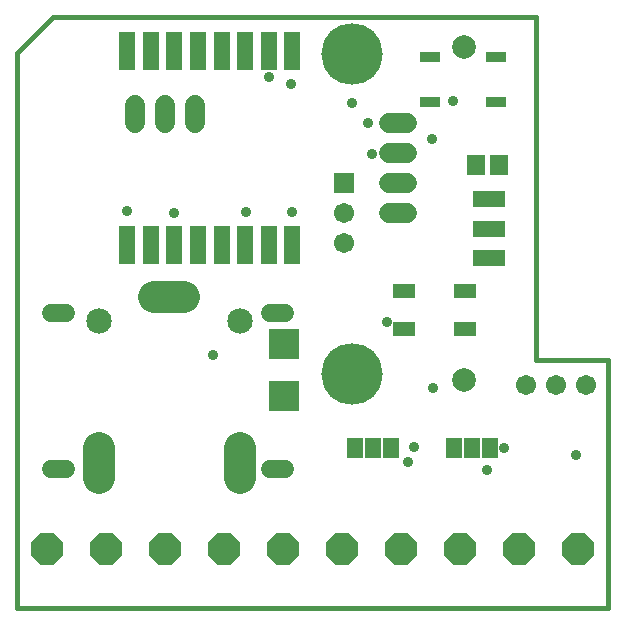
<source format=gts>
G75*
%MOIN*%
%OFA0B0*%
%FSLAX25Y25*%
%IPPOS*%
%LPD*%
%AMOC8*
5,1,8,0,0,1.08239X$1,22.5*
%
%ADD10C,0.00000*%
%ADD11C,0.20485*%
%ADD12C,0.01600*%
%ADD13C,0.10800*%
%ADD14C,0.08477*%
%ADD15R,0.10249X0.10249*%
%ADD16OC8,0.10800*%
%ADD17R,0.05918X0.07099*%
%ADD18R,0.05400X0.07100*%
%ADD19C,0.06800*%
%ADD20C,0.05950*%
%ADD21R,0.05524X0.12611*%
%ADD22C,0.07887*%
%ADD23R,0.06737X0.06737*%
%ADD24C,0.06737*%
%ADD25R,0.10800X0.05800*%
%ADD26R,0.07300X0.04737*%
%ADD27R,0.06800X0.03800*%
%ADD28C,0.03600*%
D10*
X0103374Y0079753D02*
X0103377Y0079995D01*
X0103386Y0080236D01*
X0103401Y0080477D01*
X0103421Y0080718D01*
X0103448Y0080958D01*
X0103481Y0081197D01*
X0103519Y0081436D01*
X0103563Y0081673D01*
X0103613Y0081910D01*
X0103669Y0082145D01*
X0103731Y0082378D01*
X0103798Y0082610D01*
X0103871Y0082841D01*
X0103949Y0083069D01*
X0104034Y0083295D01*
X0104123Y0083520D01*
X0104218Y0083742D01*
X0104319Y0083961D01*
X0104425Y0084179D01*
X0104536Y0084393D01*
X0104653Y0084605D01*
X0104774Y0084813D01*
X0104901Y0085019D01*
X0105033Y0085221D01*
X0105170Y0085421D01*
X0105311Y0085616D01*
X0105457Y0085809D01*
X0105608Y0085997D01*
X0105764Y0086182D01*
X0105924Y0086363D01*
X0106088Y0086540D01*
X0106257Y0086713D01*
X0106430Y0086882D01*
X0106607Y0087046D01*
X0106788Y0087206D01*
X0106973Y0087362D01*
X0107161Y0087513D01*
X0107354Y0087659D01*
X0107549Y0087800D01*
X0107749Y0087937D01*
X0107951Y0088069D01*
X0108157Y0088196D01*
X0108365Y0088317D01*
X0108577Y0088434D01*
X0108791Y0088545D01*
X0109009Y0088651D01*
X0109228Y0088752D01*
X0109450Y0088847D01*
X0109675Y0088936D01*
X0109901Y0089021D01*
X0110129Y0089099D01*
X0110360Y0089172D01*
X0110592Y0089239D01*
X0110825Y0089301D01*
X0111060Y0089357D01*
X0111297Y0089407D01*
X0111534Y0089451D01*
X0111773Y0089489D01*
X0112012Y0089522D01*
X0112252Y0089549D01*
X0112493Y0089569D01*
X0112734Y0089584D01*
X0112975Y0089593D01*
X0113217Y0089596D01*
X0113459Y0089593D01*
X0113700Y0089584D01*
X0113941Y0089569D01*
X0114182Y0089549D01*
X0114422Y0089522D01*
X0114661Y0089489D01*
X0114900Y0089451D01*
X0115137Y0089407D01*
X0115374Y0089357D01*
X0115609Y0089301D01*
X0115842Y0089239D01*
X0116074Y0089172D01*
X0116305Y0089099D01*
X0116533Y0089021D01*
X0116759Y0088936D01*
X0116984Y0088847D01*
X0117206Y0088752D01*
X0117425Y0088651D01*
X0117643Y0088545D01*
X0117857Y0088434D01*
X0118069Y0088317D01*
X0118277Y0088196D01*
X0118483Y0088069D01*
X0118685Y0087937D01*
X0118885Y0087800D01*
X0119080Y0087659D01*
X0119273Y0087513D01*
X0119461Y0087362D01*
X0119646Y0087206D01*
X0119827Y0087046D01*
X0120004Y0086882D01*
X0120177Y0086713D01*
X0120346Y0086540D01*
X0120510Y0086363D01*
X0120670Y0086182D01*
X0120826Y0085997D01*
X0120977Y0085809D01*
X0121123Y0085616D01*
X0121264Y0085421D01*
X0121401Y0085221D01*
X0121533Y0085019D01*
X0121660Y0084813D01*
X0121781Y0084605D01*
X0121898Y0084393D01*
X0122009Y0084179D01*
X0122115Y0083961D01*
X0122216Y0083742D01*
X0122311Y0083520D01*
X0122400Y0083295D01*
X0122485Y0083069D01*
X0122563Y0082841D01*
X0122636Y0082610D01*
X0122703Y0082378D01*
X0122765Y0082145D01*
X0122821Y0081910D01*
X0122871Y0081673D01*
X0122915Y0081436D01*
X0122953Y0081197D01*
X0122986Y0080958D01*
X0123013Y0080718D01*
X0123033Y0080477D01*
X0123048Y0080236D01*
X0123057Y0079995D01*
X0123060Y0079753D01*
X0123057Y0079511D01*
X0123048Y0079270D01*
X0123033Y0079029D01*
X0123013Y0078788D01*
X0122986Y0078548D01*
X0122953Y0078309D01*
X0122915Y0078070D01*
X0122871Y0077833D01*
X0122821Y0077596D01*
X0122765Y0077361D01*
X0122703Y0077128D01*
X0122636Y0076896D01*
X0122563Y0076665D01*
X0122485Y0076437D01*
X0122400Y0076211D01*
X0122311Y0075986D01*
X0122216Y0075764D01*
X0122115Y0075545D01*
X0122009Y0075327D01*
X0121898Y0075113D01*
X0121781Y0074901D01*
X0121660Y0074693D01*
X0121533Y0074487D01*
X0121401Y0074285D01*
X0121264Y0074085D01*
X0121123Y0073890D01*
X0120977Y0073697D01*
X0120826Y0073509D01*
X0120670Y0073324D01*
X0120510Y0073143D01*
X0120346Y0072966D01*
X0120177Y0072793D01*
X0120004Y0072624D01*
X0119827Y0072460D01*
X0119646Y0072300D01*
X0119461Y0072144D01*
X0119273Y0071993D01*
X0119080Y0071847D01*
X0118885Y0071706D01*
X0118685Y0071569D01*
X0118483Y0071437D01*
X0118277Y0071310D01*
X0118069Y0071189D01*
X0117857Y0071072D01*
X0117643Y0070961D01*
X0117425Y0070855D01*
X0117206Y0070754D01*
X0116984Y0070659D01*
X0116759Y0070570D01*
X0116533Y0070485D01*
X0116305Y0070407D01*
X0116074Y0070334D01*
X0115842Y0070267D01*
X0115609Y0070205D01*
X0115374Y0070149D01*
X0115137Y0070099D01*
X0114900Y0070055D01*
X0114661Y0070017D01*
X0114422Y0069984D01*
X0114182Y0069957D01*
X0113941Y0069937D01*
X0113700Y0069922D01*
X0113459Y0069913D01*
X0113217Y0069910D01*
X0112975Y0069913D01*
X0112734Y0069922D01*
X0112493Y0069937D01*
X0112252Y0069957D01*
X0112012Y0069984D01*
X0111773Y0070017D01*
X0111534Y0070055D01*
X0111297Y0070099D01*
X0111060Y0070149D01*
X0110825Y0070205D01*
X0110592Y0070267D01*
X0110360Y0070334D01*
X0110129Y0070407D01*
X0109901Y0070485D01*
X0109675Y0070570D01*
X0109450Y0070659D01*
X0109228Y0070754D01*
X0109009Y0070855D01*
X0108791Y0070961D01*
X0108577Y0071072D01*
X0108365Y0071189D01*
X0108157Y0071310D01*
X0107951Y0071437D01*
X0107749Y0071569D01*
X0107549Y0071706D01*
X0107354Y0071847D01*
X0107161Y0071993D01*
X0106973Y0072144D01*
X0106788Y0072300D01*
X0106607Y0072460D01*
X0106430Y0072624D01*
X0106257Y0072793D01*
X0106088Y0072966D01*
X0105924Y0073143D01*
X0105764Y0073324D01*
X0105608Y0073509D01*
X0105457Y0073697D01*
X0105311Y0073890D01*
X0105170Y0074085D01*
X0105033Y0074285D01*
X0104901Y0074487D01*
X0104774Y0074693D01*
X0104653Y0074901D01*
X0104536Y0075113D01*
X0104425Y0075327D01*
X0104319Y0075545D01*
X0104218Y0075764D01*
X0104123Y0075986D01*
X0104034Y0076211D01*
X0103949Y0076437D01*
X0103871Y0076665D01*
X0103798Y0076896D01*
X0103731Y0077128D01*
X0103669Y0077361D01*
X0103613Y0077596D01*
X0103563Y0077833D01*
X0103519Y0078070D01*
X0103481Y0078309D01*
X0103448Y0078548D01*
X0103421Y0078788D01*
X0103401Y0079029D01*
X0103386Y0079270D01*
X0103377Y0079511D01*
X0103374Y0079753D01*
X0147076Y0077784D02*
X0147078Y0077902D01*
X0147084Y0078021D01*
X0147094Y0078139D01*
X0147108Y0078256D01*
X0147125Y0078373D01*
X0147147Y0078490D01*
X0147173Y0078605D01*
X0147202Y0078720D01*
X0147235Y0078834D01*
X0147272Y0078946D01*
X0147313Y0079057D01*
X0147357Y0079167D01*
X0147405Y0079275D01*
X0147457Y0079382D01*
X0147512Y0079487D01*
X0147571Y0079590D01*
X0147633Y0079690D01*
X0147698Y0079789D01*
X0147767Y0079886D01*
X0147838Y0079980D01*
X0147913Y0080071D01*
X0147991Y0080161D01*
X0148072Y0080247D01*
X0148156Y0080331D01*
X0148242Y0080412D01*
X0148332Y0080490D01*
X0148423Y0080565D01*
X0148517Y0080636D01*
X0148614Y0080705D01*
X0148713Y0080770D01*
X0148813Y0080832D01*
X0148916Y0080891D01*
X0149021Y0080946D01*
X0149128Y0080998D01*
X0149236Y0081046D01*
X0149346Y0081090D01*
X0149457Y0081131D01*
X0149569Y0081168D01*
X0149683Y0081201D01*
X0149798Y0081230D01*
X0149913Y0081256D01*
X0150030Y0081278D01*
X0150147Y0081295D01*
X0150264Y0081309D01*
X0150382Y0081319D01*
X0150501Y0081325D01*
X0150619Y0081327D01*
X0150737Y0081325D01*
X0150856Y0081319D01*
X0150974Y0081309D01*
X0151091Y0081295D01*
X0151208Y0081278D01*
X0151325Y0081256D01*
X0151440Y0081230D01*
X0151555Y0081201D01*
X0151669Y0081168D01*
X0151781Y0081131D01*
X0151892Y0081090D01*
X0152002Y0081046D01*
X0152110Y0080998D01*
X0152217Y0080946D01*
X0152322Y0080891D01*
X0152425Y0080832D01*
X0152525Y0080770D01*
X0152624Y0080705D01*
X0152721Y0080636D01*
X0152815Y0080565D01*
X0152906Y0080490D01*
X0152996Y0080412D01*
X0153082Y0080331D01*
X0153166Y0080247D01*
X0153247Y0080161D01*
X0153325Y0080071D01*
X0153400Y0079980D01*
X0153471Y0079886D01*
X0153540Y0079789D01*
X0153605Y0079690D01*
X0153667Y0079590D01*
X0153726Y0079487D01*
X0153781Y0079382D01*
X0153833Y0079275D01*
X0153881Y0079167D01*
X0153925Y0079057D01*
X0153966Y0078946D01*
X0154003Y0078834D01*
X0154036Y0078720D01*
X0154065Y0078605D01*
X0154091Y0078490D01*
X0154113Y0078373D01*
X0154130Y0078256D01*
X0154144Y0078139D01*
X0154154Y0078021D01*
X0154160Y0077902D01*
X0154162Y0077784D01*
X0154160Y0077666D01*
X0154154Y0077547D01*
X0154144Y0077429D01*
X0154130Y0077312D01*
X0154113Y0077195D01*
X0154091Y0077078D01*
X0154065Y0076963D01*
X0154036Y0076848D01*
X0154003Y0076734D01*
X0153966Y0076622D01*
X0153925Y0076511D01*
X0153881Y0076401D01*
X0153833Y0076293D01*
X0153781Y0076186D01*
X0153726Y0076081D01*
X0153667Y0075978D01*
X0153605Y0075878D01*
X0153540Y0075779D01*
X0153471Y0075682D01*
X0153400Y0075588D01*
X0153325Y0075497D01*
X0153247Y0075407D01*
X0153166Y0075321D01*
X0153082Y0075237D01*
X0152996Y0075156D01*
X0152906Y0075078D01*
X0152815Y0075003D01*
X0152721Y0074932D01*
X0152624Y0074863D01*
X0152525Y0074798D01*
X0152425Y0074736D01*
X0152322Y0074677D01*
X0152217Y0074622D01*
X0152110Y0074570D01*
X0152002Y0074522D01*
X0151892Y0074478D01*
X0151781Y0074437D01*
X0151669Y0074400D01*
X0151555Y0074367D01*
X0151440Y0074338D01*
X0151325Y0074312D01*
X0151208Y0074290D01*
X0151091Y0074273D01*
X0150974Y0074259D01*
X0150856Y0074249D01*
X0150737Y0074243D01*
X0150619Y0074241D01*
X0150501Y0074243D01*
X0150382Y0074249D01*
X0150264Y0074259D01*
X0150147Y0074273D01*
X0150030Y0074290D01*
X0149913Y0074312D01*
X0149798Y0074338D01*
X0149683Y0074367D01*
X0149569Y0074400D01*
X0149457Y0074437D01*
X0149346Y0074478D01*
X0149236Y0074522D01*
X0149128Y0074570D01*
X0149021Y0074622D01*
X0148916Y0074677D01*
X0148813Y0074736D01*
X0148713Y0074798D01*
X0148614Y0074863D01*
X0148517Y0074932D01*
X0148423Y0075003D01*
X0148332Y0075078D01*
X0148242Y0075156D01*
X0148156Y0075237D01*
X0148072Y0075321D01*
X0147991Y0075407D01*
X0147913Y0075497D01*
X0147838Y0075588D01*
X0147767Y0075682D01*
X0147698Y0075779D01*
X0147633Y0075878D01*
X0147571Y0075978D01*
X0147512Y0076081D01*
X0147457Y0076186D01*
X0147405Y0076293D01*
X0147357Y0076401D01*
X0147313Y0076511D01*
X0147272Y0076622D01*
X0147235Y0076734D01*
X0147202Y0076848D01*
X0147173Y0076963D01*
X0147147Y0077078D01*
X0147125Y0077195D01*
X0147108Y0077312D01*
X0147094Y0077429D01*
X0147084Y0077547D01*
X0147078Y0077666D01*
X0147076Y0077784D01*
X0103374Y0186446D02*
X0103377Y0186688D01*
X0103386Y0186929D01*
X0103401Y0187170D01*
X0103421Y0187411D01*
X0103448Y0187651D01*
X0103481Y0187890D01*
X0103519Y0188129D01*
X0103563Y0188366D01*
X0103613Y0188603D01*
X0103669Y0188838D01*
X0103731Y0189071D01*
X0103798Y0189303D01*
X0103871Y0189534D01*
X0103949Y0189762D01*
X0104034Y0189988D01*
X0104123Y0190213D01*
X0104218Y0190435D01*
X0104319Y0190654D01*
X0104425Y0190872D01*
X0104536Y0191086D01*
X0104653Y0191298D01*
X0104774Y0191506D01*
X0104901Y0191712D01*
X0105033Y0191914D01*
X0105170Y0192114D01*
X0105311Y0192309D01*
X0105457Y0192502D01*
X0105608Y0192690D01*
X0105764Y0192875D01*
X0105924Y0193056D01*
X0106088Y0193233D01*
X0106257Y0193406D01*
X0106430Y0193575D01*
X0106607Y0193739D01*
X0106788Y0193899D01*
X0106973Y0194055D01*
X0107161Y0194206D01*
X0107354Y0194352D01*
X0107549Y0194493D01*
X0107749Y0194630D01*
X0107951Y0194762D01*
X0108157Y0194889D01*
X0108365Y0195010D01*
X0108577Y0195127D01*
X0108791Y0195238D01*
X0109009Y0195344D01*
X0109228Y0195445D01*
X0109450Y0195540D01*
X0109675Y0195629D01*
X0109901Y0195714D01*
X0110129Y0195792D01*
X0110360Y0195865D01*
X0110592Y0195932D01*
X0110825Y0195994D01*
X0111060Y0196050D01*
X0111297Y0196100D01*
X0111534Y0196144D01*
X0111773Y0196182D01*
X0112012Y0196215D01*
X0112252Y0196242D01*
X0112493Y0196262D01*
X0112734Y0196277D01*
X0112975Y0196286D01*
X0113217Y0196289D01*
X0113459Y0196286D01*
X0113700Y0196277D01*
X0113941Y0196262D01*
X0114182Y0196242D01*
X0114422Y0196215D01*
X0114661Y0196182D01*
X0114900Y0196144D01*
X0115137Y0196100D01*
X0115374Y0196050D01*
X0115609Y0195994D01*
X0115842Y0195932D01*
X0116074Y0195865D01*
X0116305Y0195792D01*
X0116533Y0195714D01*
X0116759Y0195629D01*
X0116984Y0195540D01*
X0117206Y0195445D01*
X0117425Y0195344D01*
X0117643Y0195238D01*
X0117857Y0195127D01*
X0118069Y0195010D01*
X0118277Y0194889D01*
X0118483Y0194762D01*
X0118685Y0194630D01*
X0118885Y0194493D01*
X0119080Y0194352D01*
X0119273Y0194206D01*
X0119461Y0194055D01*
X0119646Y0193899D01*
X0119827Y0193739D01*
X0120004Y0193575D01*
X0120177Y0193406D01*
X0120346Y0193233D01*
X0120510Y0193056D01*
X0120670Y0192875D01*
X0120826Y0192690D01*
X0120977Y0192502D01*
X0121123Y0192309D01*
X0121264Y0192114D01*
X0121401Y0191914D01*
X0121533Y0191712D01*
X0121660Y0191506D01*
X0121781Y0191298D01*
X0121898Y0191086D01*
X0122009Y0190872D01*
X0122115Y0190654D01*
X0122216Y0190435D01*
X0122311Y0190213D01*
X0122400Y0189988D01*
X0122485Y0189762D01*
X0122563Y0189534D01*
X0122636Y0189303D01*
X0122703Y0189071D01*
X0122765Y0188838D01*
X0122821Y0188603D01*
X0122871Y0188366D01*
X0122915Y0188129D01*
X0122953Y0187890D01*
X0122986Y0187651D01*
X0123013Y0187411D01*
X0123033Y0187170D01*
X0123048Y0186929D01*
X0123057Y0186688D01*
X0123060Y0186446D01*
X0123057Y0186204D01*
X0123048Y0185963D01*
X0123033Y0185722D01*
X0123013Y0185481D01*
X0122986Y0185241D01*
X0122953Y0185002D01*
X0122915Y0184763D01*
X0122871Y0184526D01*
X0122821Y0184289D01*
X0122765Y0184054D01*
X0122703Y0183821D01*
X0122636Y0183589D01*
X0122563Y0183358D01*
X0122485Y0183130D01*
X0122400Y0182904D01*
X0122311Y0182679D01*
X0122216Y0182457D01*
X0122115Y0182238D01*
X0122009Y0182020D01*
X0121898Y0181806D01*
X0121781Y0181594D01*
X0121660Y0181386D01*
X0121533Y0181180D01*
X0121401Y0180978D01*
X0121264Y0180778D01*
X0121123Y0180583D01*
X0120977Y0180390D01*
X0120826Y0180202D01*
X0120670Y0180017D01*
X0120510Y0179836D01*
X0120346Y0179659D01*
X0120177Y0179486D01*
X0120004Y0179317D01*
X0119827Y0179153D01*
X0119646Y0178993D01*
X0119461Y0178837D01*
X0119273Y0178686D01*
X0119080Y0178540D01*
X0118885Y0178399D01*
X0118685Y0178262D01*
X0118483Y0178130D01*
X0118277Y0178003D01*
X0118069Y0177882D01*
X0117857Y0177765D01*
X0117643Y0177654D01*
X0117425Y0177548D01*
X0117206Y0177447D01*
X0116984Y0177352D01*
X0116759Y0177263D01*
X0116533Y0177178D01*
X0116305Y0177100D01*
X0116074Y0177027D01*
X0115842Y0176960D01*
X0115609Y0176898D01*
X0115374Y0176842D01*
X0115137Y0176792D01*
X0114900Y0176748D01*
X0114661Y0176710D01*
X0114422Y0176677D01*
X0114182Y0176650D01*
X0113941Y0176630D01*
X0113700Y0176615D01*
X0113459Y0176606D01*
X0113217Y0176603D01*
X0112975Y0176606D01*
X0112734Y0176615D01*
X0112493Y0176630D01*
X0112252Y0176650D01*
X0112012Y0176677D01*
X0111773Y0176710D01*
X0111534Y0176748D01*
X0111297Y0176792D01*
X0111060Y0176842D01*
X0110825Y0176898D01*
X0110592Y0176960D01*
X0110360Y0177027D01*
X0110129Y0177100D01*
X0109901Y0177178D01*
X0109675Y0177263D01*
X0109450Y0177352D01*
X0109228Y0177447D01*
X0109009Y0177548D01*
X0108791Y0177654D01*
X0108577Y0177765D01*
X0108365Y0177882D01*
X0108157Y0178003D01*
X0107951Y0178130D01*
X0107749Y0178262D01*
X0107549Y0178399D01*
X0107354Y0178540D01*
X0107161Y0178686D01*
X0106973Y0178837D01*
X0106788Y0178993D01*
X0106607Y0179153D01*
X0106430Y0179317D01*
X0106257Y0179486D01*
X0106088Y0179659D01*
X0105924Y0179836D01*
X0105764Y0180017D01*
X0105608Y0180202D01*
X0105457Y0180390D01*
X0105311Y0180583D01*
X0105170Y0180778D01*
X0105033Y0180978D01*
X0104901Y0181180D01*
X0104774Y0181386D01*
X0104653Y0181594D01*
X0104536Y0181806D01*
X0104425Y0182020D01*
X0104319Y0182238D01*
X0104218Y0182457D01*
X0104123Y0182679D01*
X0104034Y0182904D01*
X0103949Y0183130D01*
X0103871Y0183358D01*
X0103798Y0183589D01*
X0103731Y0183821D01*
X0103669Y0184054D01*
X0103613Y0184289D01*
X0103563Y0184526D01*
X0103519Y0184763D01*
X0103481Y0185002D01*
X0103448Y0185241D01*
X0103421Y0185481D01*
X0103401Y0185722D01*
X0103386Y0185963D01*
X0103377Y0186204D01*
X0103374Y0186446D01*
X0147076Y0188808D02*
X0147078Y0188926D01*
X0147084Y0189045D01*
X0147094Y0189163D01*
X0147108Y0189280D01*
X0147125Y0189397D01*
X0147147Y0189514D01*
X0147173Y0189629D01*
X0147202Y0189744D01*
X0147235Y0189858D01*
X0147272Y0189970D01*
X0147313Y0190081D01*
X0147357Y0190191D01*
X0147405Y0190299D01*
X0147457Y0190406D01*
X0147512Y0190511D01*
X0147571Y0190614D01*
X0147633Y0190714D01*
X0147698Y0190813D01*
X0147767Y0190910D01*
X0147838Y0191004D01*
X0147913Y0191095D01*
X0147991Y0191185D01*
X0148072Y0191271D01*
X0148156Y0191355D01*
X0148242Y0191436D01*
X0148332Y0191514D01*
X0148423Y0191589D01*
X0148517Y0191660D01*
X0148614Y0191729D01*
X0148713Y0191794D01*
X0148813Y0191856D01*
X0148916Y0191915D01*
X0149021Y0191970D01*
X0149128Y0192022D01*
X0149236Y0192070D01*
X0149346Y0192114D01*
X0149457Y0192155D01*
X0149569Y0192192D01*
X0149683Y0192225D01*
X0149798Y0192254D01*
X0149913Y0192280D01*
X0150030Y0192302D01*
X0150147Y0192319D01*
X0150264Y0192333D01*
X0150382Y0192343D01*
X0150501Y0192349D01*
X0150619Y0192351D01*
X0150737Y0192349D01*
X0150856Y0192343D01*
X0150974Y0192333D01*
X0151091Y0192319D01*
X0151208Y0192302D01*
X0151325Y0192280D01*
X0151440Y0192254D01*
X0151555Y0192225D01*
X0151669Y0192192D01*
X0151781Y0192155D01*
X0151892Y0192114D01*
X0152002Y0192070D01*
X0152110Y0192022D01*
X0152217Y0191970D01*
X0152322Y0191915D01*
X0152425Y0191856D01*
X0152525Y0191794D01*
X0152624Y0191729D01*
X0152721Y0191660D01*
X0152815Y0191589D01*
X0152906Y0191514D01*
X0152996Y0191436D01*
X0153082Y0191355D01*
X0153166Y0191271D01*
X0153247Y0191185D01*
X0153325Y0191095D01*
X0153400Y0191004D01*
X0153471Y0190910D01*
X0153540Y0190813D01*
X0153605Y0190714D01*
X0153667Y0190614D01*
X0153726Y0190511D01*
X0153781Y0190406D01*
X0153833Y0190299D01*
X0153881Y0190191D01*
X0153925Y0190081D01*
X0153966Y0189970D01*
X0154003Y0189858D01*
X0154036Y0189744D01*
X0154065Y0189629D01*
X0154091Y0189514D01*
X0154113Y0189397D01*
X0154130Y0189280D01*
X0154144Y0189163D01*
X0154154Y0189045D01*
X0154160Y0188926D01*
X0154162Y0188808D01*
X0154160Y0188690D01*
X0154154Y0188571D01*
X0154144Y0188453D01*
X0154130Y0188336D01*
X0154113Y0188219D01*
X0154091Y0188102D01*
X0154065Y0187987D01*
X0154036Y0187872D01*
X0154003Y0187758D01*
X0153966Y0187646D01*
X0153925Y0187535D01*
X0153881Y0187425D01*
X0153833Y0187317D01*
X0153781Y0187210D01*
X0153726Y0187105D01*
X0153667Y0187002D01*
X0153605Y0186902D01*
X0153540Y0186803D01*
X0153471Y0186706D01*
X0153400Y0186612D01*
X0153325Y0186521D01*
X0153247Y0186431D01*
X0153166Y0186345D01*
X0153082Y0186261D01*
X0152996Y0186180D01*
X0152906Y0186102D01*
X0152815Y0186027D01*
X0152721Y0185956D01*
X0152624Y0185887D01*
X0152525Y0185822D01*
X0152425Y0185760D01*
X0152322Y0185701D01*
X0152217Y0185646D01*
X0152110Y0185594D01*
X0152002Y0185546D01*
X0151892Y0185502D01*
X0151781Y0185461D01*
X0151669Y0185424D01*
X0151555Y0185391D01*
X0151440Y0185362D01*
X0151325Y0185336D01*
X0151208Y0185314D01*
X0151091Y0185297D01*
X0150974Y0185283D01*
X0150856Y0185273D01*
X0150737Y0185267D01*
X0150619Y0185265D01*
X0150501Y0185267D01*
X0150382Y0185273D01*
X0150264Y0185283D01*
X0150147Y0185297D01*
X0150030Y0185314D01*
X0149913Y0185336D01*
X0149798Y0185362D01*
X0149683Y0185391D01*
X0149569Y0185424D01*
X0149457Y0185461D01*
X0149346Y0185502D01*
X0149236Y0185546D01*
X0149128Y0185594D01*
X0149021Y0185646D01*
X0148916Y0185701D01*
X0148813Y0185760D01*
X0148713Y0185822D01*
X0148614Y0185887D01*
X0148517Y0185956D01*
X0148423Y0186027D01*
X0148332Y0186102D01*
X0148242Y0186180D01*
X0148156Y0186261D01*
X0148072Y0186345D01*
X0147991Y0186431D01*
X0147913Y0186521D01*
X0147838Y0186612D01*
X0147767Y0186706D01*
X0147698Y0186803D01*
X0147633Y0186902D01*
X0147571Y0187002D01*
X0147512Y0187105D01*
X0147457Y0187210D01*
X0147405Y0187317D01*
X0147357Y0187425D01*
X0147313Y0187535D01*
X0147272Y0187646D01*
X0147235Y0187758D01*
X0147202Y0187872D01*
X0147173Y0187987D01*
X0147147Y0188102D01*
X0147125Y0188219D01*
X0147108Y0188336D01*
X0147094Y0188453D01*
X0147084Y0188571D01*
X0147078Y0188690D01*
X0147076Y0188808D01*
D11*
X0113217Y0186446D03*
X0113217Y0079753D03*
D12*
X0198650Y0001800D02*
X0001800Y0001800D01*
X0001800Y0186839D01*
X0013611Y0198650D01*
X0174635Y0198650D01*
X0174635Y0084477D01*
X0198650Y0084477D01*
X0198650Y0001800D01*
D13*
X0076131Y0045186D02*
X0076131Y0055186D01*
X0028887Y0055186D02*
X0028887Y0045186D01*
X0047509Y0105304D02*
X0057509Y0105304D01*
D14*
X0076131Y0097430D03*
X0028887Y0097430D03*
D15*
X0090776Y0089595D03*
X0090776Y0072272D03*
D16*
X0090383Y0021485D03*
X0110068Y0021485D03*
X0129753Y0021485D03*
X0149438Y0021485D03*
X0169123Y0021485D03*
X0188808Y0021485D03*
X0070698Y0021485D03*
X0051013Y0021485D03*
X0031328Y0021485D03*
X0011643Y0021485D03*
D17*
X0154753Y0149438D03*
X0162233Y0149438D03*
D18*
X0159375Y0054950D03*
X0153375Y0054950D03*
X0147375Y0054950D03*
X0126304Y0054950D03*
X0120304Y0054950D03*
X0114304Y0054950D03*
D19*
X0125572Y0133257D02*
X0131572Y0133257D01*
X0131572Y0143257D02*
X0125572Y0143257D01*
X0125572Y0153257D02*
X0131572Y0153257D01*
X0131572Y0163257D02*
X0125572Y0163257D01*
X0061013Y0163367D02*
X0061013Y0169367D01*
X0051013Y0169367D02*
X0051013Y0163367D01*
X0041013Y0163367D02*
X0041013Y0169367D01*
D20*
X0018068Y0099918D02*
X0012918Y0099918D01*
X0012918Y0047918D02*
X0018068Y0047918D01*
X0085918Y0047918D02*
X0091068Y0047918D01*
X0091068Y0099918D02*
X0085918Y0099918D01*
D21*
X0085658Y0122666D03*
X0077784Y0122666D03*
X0069910Y0122666D03*
X0062036Y0122666D03*
X0054162Y0122666D03*
X0046288Y0122666D03*
X0038414Y0122666D03*
X0093532Y0122666D03*
X0093532Y0187233D03*
X0085658Y0187233D03*
X0077784Y0187233D03*
X0069910Y0187233D03*
X0062036Y0187233D03*
X0054162Y0187233D03*
X0046288Y0187233D03*
X0038414Y0187233D03*
D22*
X0150619Y0188808D03*
X0150619Y0077784D03*
D23*
X0110619Y0143296D03*
D24*
X0110619Y0133296D03*
X0110619Y0123296D03*
X0171209Y0076052D03*
X0181209Y0076052D03*
X0191209Y0076052D03*
D25*
X0158887Y0118335D03*
X0158887Y0128178D03*
X0158887Y0138020D03*
D26*
X0150922Y0107312D03*
X0150922Y0094713D03*
X0130631Y0094713D03*
X0130631Y0107312D03*
D27*
X0139225Y0170284D03*
X0139225Y0185284D03*
X0161225Y0185284D03*
X0161225Y0170284D03*
D28*
X0147076Y0170698D03*
X0139989Y0158099D03*
X0119910Y0152981D03*
X0118729Y0163217D03*
X0113217Y0169910D03*
X0093139Y0176209D03*
X0085658Y0178572D03*
X0078178Y0133690D03*
X0093532Y0133690D03*
X0125028Y0097076D03*
X0140383Y0075028D03*
X0134083Y0055343D03*
X0132115Y0050225D03*
X0158493Y0047863D03*
X0164005Y0054950D03*
X0188020Y0052587D03*
X0067154Y0086052D03*
X0054162Y0133296D03*
X0038414Y0134083D03*
M02*

</source>
